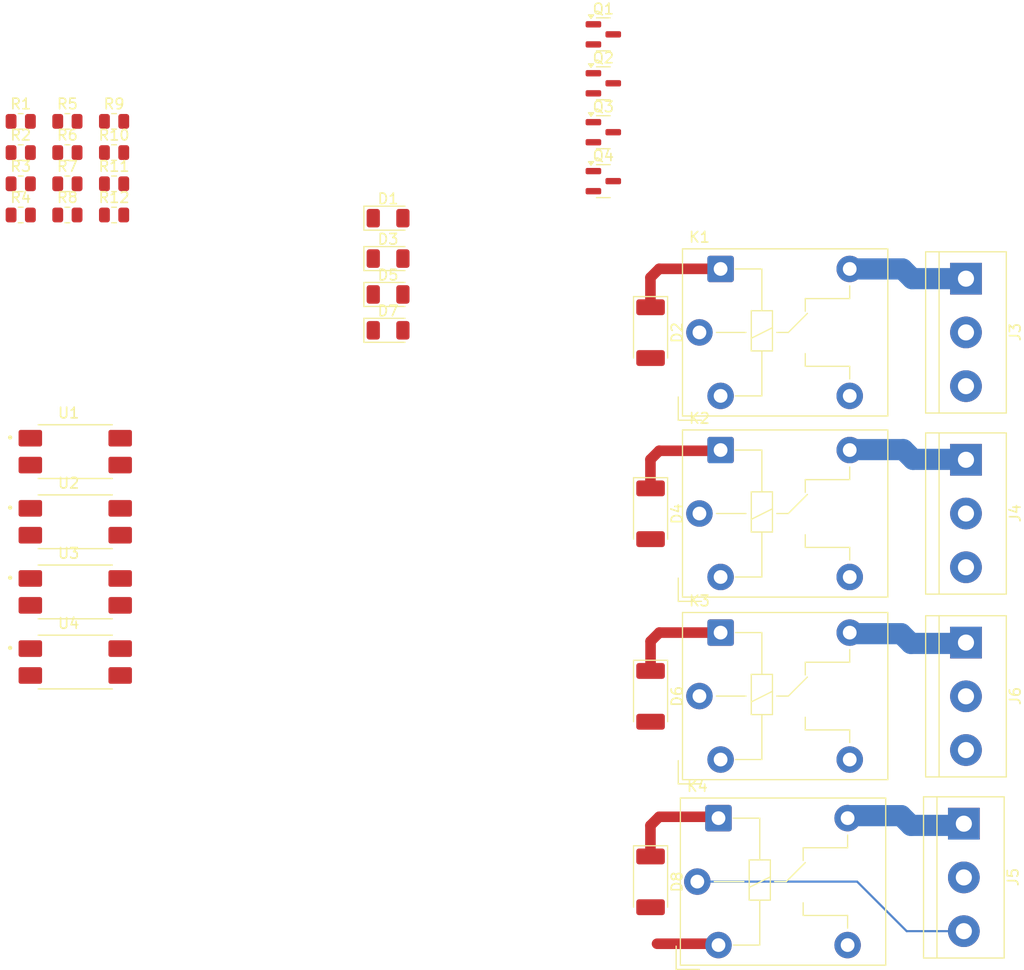
<source format=kicad_pcb>
(kicad_pcb (version 20241229) (generator "pcbnew") (generator_version "9.0")
  (layers (0 "F.Cu" signal) (2 "B.Cu" signal) (13 "F.Paste" user) (15 "B.Paste" user) (5 "F.SilkS" user "F.Silkscreen") (7 "B.SilkS" user "B.Silkscreen") (1 "F.Mask" user) (3 "B.Mask" user) (25 "Edge.Cuts" user))
  (net 0 "")
  (net 1 "+5V")
  (net 2 "Net-(D1-K)")
  (net 3 "Net-(D2-A)")
  (net 4 "Net-(D3-K)")
  (net 5 "Net-(D4-A)")
  (net 6 "Net-(D5-K)")
  (net 7 "Net-(D6-A)")
  (net 8 "Net-(D7-K)")
  (net 9 "Net-(D8-A)")
  (net 10 "Net-(J3-Pin_3)")
  (net 11 "NA3")
  (net 12 "Net-(J3-Pin_1)")
  (net 13 "NA4")
  (net 14 "Net-(J4-Pin_3)")
  (net 15 "Net-(J4-Pin_1)")
  (net 16 "Net-(J5-Pin_1)")
  (net 17 "Net-(J5-Pin_3)")
  (net 18 "NA1")
  (net 19 "Net-(J6-Pin_3)")
  (net 20 "NA2")
  (net 21 "Net-(J6-Pin_1)")
  (net 22 "Net-(J3-Pin_5)")
  (net 23 "Net-(J4-Pin_5)")
  (net 24 "Net-(J6-Pin_5)")
  (net 25 "Net-(J5-Pin_5)")
  (net 26 "GND")
  (net 27 "Net-(Q1-B)")
  (net 28 "Net-(Q2-B)")
  (net 29 "Net-(Q3-B)")
  (net 30 "Net-(Q4-B)")
  (net 31 "INPUT3")
  (net 32 "Net-(R1-Pad2)")
  (net 33 "Net-(R2-Pad1)")
  (net 34 "Net-(R4-Pad1)")
  (net 35 "INPUT4")
  (net 36 "Net-(R5-Pad1)")
  (net 37 "Net-(R7-Pad1)")
  (net 38 "Net-(R8-Pad1)")
  (net 39 "INPUT1")
  (net 40 "Net-(R10-Pad2)")
  (net 41 "Net-(R11-Pad1)")
  (footprint "Resistor_SMD:R_0805_2012Metric" (layer "F.Cu") (at 91.2925 21.45)
    (property "Reference" "R1" (at 0 -1.65 0) (layer "F.SilkS"))
    (property "Value" "220k")
    (fp_line (start -0.227064 -0.735) (end 0.227064 -0.735) (stroke (width 0.12)) (layer "F.SilkS"))
    (fp_line (start -0.227064 0.735) (end 0.227064 0.735) (stroke (width 0.12)) (layer "F.SilkS"))
    (pad "1" smd roundrect (at -0.9125 0) (size 1.025 1.4) (layers "F.Cu" "F.Mask" "F.Paste") (roundrect_rratio 0.243902) (net 31 "INPUT3"))
    (pad "2" smd roundrect (at 0.9125 0) (size 1.025 1.4) (layers "F.Cu" "F.Mask" "F.Paste") (roundrect_rratio 0.243902) (net 32 "Net-(R1-Pad2)"))
  )
  (footprint "PC817SMD:SOIC254P1000X400-4N" (layer "F.Cu") (at 96.445 72.56)
    (property "Reference" "U4" (at -0.625 -3.652 0) (layer "F.SilkS"))
    (property "Value" "PC817")
    (fp_line (start -3.5 -2.54) (end 3.5 -2.54) (stroke (width 0.127)) (layer "F.SilkS"))
    (fp_line (start -3.5 2.54) (end 3.5 2.54) (stroke (width 0.127)) (layer "F.SilkS"))
    (fp_circle (center -6.155 -1.34) (end -6.055 -1.34) (stroke (width 0.2)) (fill no) (layer "F.SilkS"))
    (pad "1" smd roundrect (at -4.245 -1.27) (size 2.22 1.57) (layers "F.Cu" "F.Mask" "F.Paste") (roundrect_rratio 0.125) (net 34 "Net-(R4-Pad1)"))
    (pad "2" smd roundrect (at -4.245 1.27) (size 2.22 1.57) (layers "F.Cu" "F.Mask" "F.Paste") (roundrect_rratio 0.125) (net 26 "GND"))
    (pad "3" smd roundrect (at 4.245 1.27) (size 2.22 1.57) (layers "F.Cu" "F.Mask" "F.Paste") (roundrect_rratio 0.125) (net 36 "Net-(R5-Pad1)"))
    (pad "4" smd roundrect (at 4.245 -1.27) (size 2.22 1.57) (layers "F.Cu" "F.Mask" "F.Paste") (roundrect_rratio 0.125) (net 1 "+5V"))
  )
  (footprint "Relay_THT:Relay_SPDT_Hongfa_JQC-3FF_0XX-1Z" (layer "F.Cu") (at 157.4175 52.52)
    (property "Reference" "K2" (at -2 -3 0) (layer "F.SilkS"))
    (property "Value" "JQC-3FF-005-1Z")
    (fp_line (start -4 12.1) (end -4 14.3) (stroke (width 0.12)) (layer "F.SilkS"))
    (fp_line (start -4 14.3) (end -1.8 14.3) (stroke (width 0.12)) (layer "F.SilkS"))
    (fp_line (start -3.6 -1.9) (end -3.6 13.9) (stroke (width 0.12)) (layer "F.SilkS"))
    (fp_line (start -3.6 13.9) (end 15.8 13.9) (stroke (width 0.12)) (layer "F.SilkS"))
    (fp_line (start -0.4 6) (end 2.4 6) (stroke (width 0.12)) (layer "F.SilkS"))
    (fp_line (start 2.9 3.95) (end 2.9 7.75) (stroke (width 0.12)) (layer "F.SilkS"))
    (fp_line (start 2.9 7.75) (end 4.9 7.75) (stroke (width 0.12)) (layer "F.SilkS"))
    (fp_line (start 3.9 0) (end 1.4 0) (stroke (width 0.12)) (layer "F.SilkS"))
    (fp_line (start 3.9 3.95) (end 3.9 0) (stroke (width 0.12)) (layer "F.SilkS"))
    (fp_line (start 3.9 7.75) (end 3.9 12) (stroke (width 0.12)) (layer "F.SilkS"))
    (fp_line (start 3.9 12) (end 1.4 12) (stroke (width 0.12)) (layer "F.SilkS"))
    (fp_line (start 4.9 3.95) (end 2.9 3.95) (stroke (width 0.12)) (layer "F.SilkS"))
    (fp_line (start 4.9 5.55) (end 2.9 6.55) (stroke (width 0.12)) (layer "F.SilkS"))
    (fp_line (start 4.9 7.75) (end 4.9 3.95) (stroke (width 0.12)) (layer "F.SilkS"))
    (fp_line (start 6.4 6) (end 5.3 6) (stroke (width 0.12)) (layer "F.SilkS"))
    (fp_line (start 6.4 6) (end 8.2 4.2) (stroke (width 0.12)) (layer "F.SilkS"))
    (fp_line (start 8 2.8) (end 8 4) (stroke (width 0.12)) (layer "F.SilkS"))
    (fp_line (start 8 2.8) (end 12.2 2.8) (stroke (width 0.12)) (layer "F.SilkS"))
    (fp_line (start 8 9.2) (end 8 8) (stroke (width 0.12)) (layer "F.SilkS"))
    (fp_line (start 12.2 1.6) (end 12.2 2.8) (stroke (width 0.12)) (layer "F.SilkS"))
    (fp_line (start 12.2 9.2) (end 8 9.2) (stroke (width 0.12)) (layer "F.SilkS"))
    (fp_line (start 12.2 10.4) (end 12.2 9.2) (stroke (width 0.12)) (layer "F.SilkS"))
    (fp_line (start 15.8 -1.9) (end -3.6 -1.9) (stroke (width 0.12)) (layer "F.SilkS"))
    (fp_line (start 15.8 13.9) (end 15.8 -1.9) (stroke (width 0.12)) (layer "F.SilkS"))
    (pad "11" thru_hole circle (at -2 6) (size 2.5 2.5) (drill 1.3) (layers "*.Cu" "*.Mask") (net 14 "Net-(J4-Pin_3)"))
    (pad "12" thru_hole circle (at 12.2 0) (size 2.5 2.5) (drill 1.3) (layers "*.Cu" "*.Mask") (net 15 "Net-(J4-Pin_1)"))
    (pad "14" thru_hole circle (at 12.2 12) (size 2.5 2.5) (drill 1.3) (layers "*.Cu" "*.Mask") (net 23 "Net-(J4-Pin_5)"))
    (pad "A1" thru_hole roundrect (at 0 0) (size 2.5 2.5) (drill 1.3) (layers "*.Cu" "*.Mask") (roundrect_rratio 0.1) (net 1 "+5V"))
    (pad "A2" thru_hole circle (at 0 12) (size 2.5 2.5) (drill 1.3) (layers "*.Cu" "*.Mask") (net 5 "Net-(D4-A)"))
  )
  (footprint "LED_SMD:LED_1206_3216Metric" (layer "F.Cu") (at 126 41.2)
    (property "Reference" "D7" (at 0 -1.83 0) (layer "F.SilkS"))
    (property "Value" "led smd 1206")
    (fp_line (start -2.285 -1.135) (end -2.285 1.135) (stroke (width 0.12)) (layer "F.SilkS"))
    (fp_line (start -2.285 1.135) (end 1.6 1.135) (stroke (width 0.12)) (layer "F.SilkS"))
    (fp_line (start 1.6 -1.135) (end -2.285 -1.135) (stroke (width 0.12)) (layer "F.SilkS"))
    (pad "1" smd roundrect (at -1.4 0) (size 1.25 1.75) (layers "F.Cu" "F.Mask" "F.Paste") (roundrect_rratio 0.2) (net 8 "Net-(D7-K)"))
    (pad "2" smd roundrect (at 1.4 0) (size 1.25 1.75) (layers "F.Cu" "F.Mask" "F.Paste") (roundrect_rratio 0.2) (net 1 "+5V"))
  )
  (footprint "Resistor_SMD:R_0805_2012Metric" (layer "F.Cu") (at 100.1125 24.4)
    (property "Reference" "R10" (at 0 -1.65 0) (layer "F.SilkS"))
    (property "Value" "220k")
    (fp_line (start -0.227064 -0.735) (end 0.227064 -0.735) (stroke (width 0.12)) (layer "F.SilkS"))
    (fp_line (start -0.227064 0.735) (end 0.227064 0.735) (stroke (width 0.12)) (layer "F.SilkS"))
    (pad "1" smd roundrect (at -0.9125 0) (size 1.025 1.4) (layers "F.Cu" "F.Mask" "F.Paste") (roundrect_rratio 0.243902) (net 39 "INPUT1"))
    (pad "2" smd roundrect (at 0.9125 0) (size 1.025 1.4) (layers "F.Cu" "F.Mask" "F.Paste") (roundrect_rratio 0.243902) (net 40 "Net-(R10-Pad2)"))
  )
  (footprint "TerminalBlock:TerminalBlock_bornier-3_P5.08mm" (layer "F.Cu") (at 180.6 53.44 -90)
    (property "Reference" "J4" (at 5.05 -4.65 90) (layer "F.SilkS"))
    (property "Value" "Conn_02x03_Odd_Even")
    (fp_line (start -2.54 3.81) (end 12.7 3.81) (stroke (width 0.12)) (layer "F.SilkS"))
    (fp_line (start -2.54 3.81) (end -2.54 -3.81) (stroke (width 0.12)) (layer "F.SilkS"))
    (fp_line (start 12.7 3.81) (end 12.7 -3.81) (stroke (width 0.12)) (layer "F.SilkS"))
    (fp_line (start -2.54 2.54) (end 12.7 2.54) (stroke (width 0.12)) (layer "F.SilkS"))
    (fp_line (start -2.54 -3.81) (end 12.7 -3.81) (stroke (width 0.12)) (layer "F.SilkS"))
    (pad "1" thru_hole rect (at 0 0 270) (size 3 3) (drill 1.52) (layers "*.Cu" "*.Mask") (net 15 "Net-(J4-Pin_1)"))
    (pad "2" thru_hole circle (at 5.08 0 270) (size 3 3) (drill 1.52) (layers "*.Cu" "*.Mask") (net 13 "NA4"))
    (pad "3" thru_hole circle (at 10.16 0 270) (size 3 3) (drill 1.52) (layers "*.Cu" "*.Mask") (net 14 "Net-(J4-Pin_3)"))
  )
  (footprint "Resistor_SMD:R_0805_2012Metric" (layer "F.Cu") (at 95.7025 24.4)
    (property "Reference" "R6" (at 0 -1.65 0) (layer "F.SilkS"))
    (property "Value" "220")
    (fp_line (start -0.227064 -0.735) (end 0.227064 -0.735) (stroke (width 0.12)) (layer "F.SilkS"))
    (fp_line (start -0.227064 0.735) (end 0.227064 0.735) (stroke (width 0.12)) (layer "F.SilkS"))
    (pad "1" smd roundrect (at -0.9125 0) (size 1.025 1.4) (layers "F.Cu" "F.Mask" "F.Paste") (roundrect_rratio 0.243902) (net 4 "Net-(D3-K)"))
    (pad "2" smd roundrect (at 0.9125 0) (size 1.025 1.4) (layers "F.Cu" "F.Mask" "F.Paste") (roundrect_rratio 0.243902) (net 5 "Net-(D4-A)"))
  )
  (footprint "Relay_THT:Relay_SPDT_Hongfa_JQC-3FF_0XX-1Z" (layer "F.Cu") (at 157.4175 35.4)
    (property "Reference" "K1" (at -2 -3 0) (layer "F.SilkS"))
    (property "Value" "JQC-3FF-005-1Z")
    (fp_line (start -4 12.1) (end -4 14.3) (stroke (width 0.12)) (layer "F.SilkS"))
    (fp_line (start -4 14.3) (end -1.8 14.3) (stroke (width 0.12)) (layer "F.SilkS"))
    (fp_line (start -3.6 -1.9) (end -3.6 13.9) (stroke (width 0.12)) (layer "F.SilkS"))
    (fp_line (start -3.6 13.9) (end 15.8 13.9) (stroke (width 0.12)) (layer "F.SilkS"))
    (fp_line (start -0.4 6) (end 2.4 6) (stroke (width 0.12)) (layer "F.SilkS"))
    (fp_line (start 2.9 3.95) (end 2.9 7.75) (stroke (width 0.12)) (layer "F.SilkS"))
    (fp_line (start 2.9 7.75) (end 4.9 7.75) (stroke (width 0.12)) (layer "F.SilkS"))
    (fp_line (start 3.9 0) (end 1.4 0) (stroke (width 0.12)) (layer "F.SilkS"))
    (fp_line (start 3.9 3.95) (end 3.9 0) (stroke (width 0.12)) (layer "F.SilkS"))
    (fp_line (start 3.9 7.75) (end 3.9 12) (stroke (width 0.12)) (layer "F.SilkS"))
    (fp_line (start 3.9 12) (end 1.4 12) (stroke (width 0.12)) (layer "F.SilkS"))
    (fp_line (start 4.9 3.95) (end 2.9 3.95) (stroke (width 0.12)) (layer "F.SilkS"))
    (fp_line (start 4.9 5.55) (end 2.9 6.55) (stroke (width 0.12)) (layer "F.SilkS"))
    (fp_line (start 4.9 7.75) (end 4.9 3.95) (stroke (width 0.12)) (layer "F.SilkS"))
    (fp_line (start 6.4 6) (end 5.3 6) (stroke (width 0.12)) (layer "F.SilkS"))
    (fp_line (start 6.4 6) (end 8.2 4.2) (stroke (width 0.12)) (layer "F.SilkS"))
    (fp_line (start 8 2.8) (end 8 4) (stroke (width 0.12)) (layer "F.SilkS"))
    (fp_line (start 8 2.8) (end 12.2 2.8) (stroke (width 0.12)) (layer "F.SilkS"))
    (fp_line (start 8 9.2) (end 8 8) (stroke (width 0.12)) (layer "F.SilkS"))
    (fp_line (start 12.2 1.6) (end 12.2 2.8) (stroke (width 0.12)) (layer "F.SilkS"))
    (fp_line (start 12.2 9.2) (end 8 9.2) (stroke (width 0.12)) (layer "F.SilkS"))
    (fp_line (start 12.2 10.4) (end 12.2 9.2) (stroke (width 0.12)) (layer "F.SilkS"))
    (fp_line (start 15.8 -1.9) (end -3.6 -1.9) (stroke (width 0.12)) (layer "F.SilkS"))
    (fp_line (start 15.8 13.9) (end 15.8 -1.9) (stroke (width 0.12)) (layer "F.SilkS"))
    (pad "11" thru_hole circle (at -2 6) (size 2.5 2.5) (drill 1.3) (layers "*.Cu" "*.Mask") (net 10 "Net-(J3-Pin_3)"))
    (pad "12" thru_hole circle (at 12.2 0) (size 2.5 2.5) (drill 1.3) (layers "*.Cu" "*.Mask") (net 12 "Net-(J3-Pin_1)"))
    (pad "14" thru_hole circle (at 12.2 12) (size 2.5 2.5) (drill 1.3) (layers "*.Cu" "*.Mask") (net 22 "Net-(J3-Pin_5)"))
    (pad "A1" thru_hole roundrect (at 0 0) (size 2.5 2.5) (drill 1.3) (layers "*.Cu" "*.Mask") (roundrect_rratio 0.1) (net 1 "+5V"))
    (pad "A2" thru_hole circle (at 0 12) (size 2.5 2.5) (drill 1.3) (layers "*.Cu" "*.Mask") (net 3 "Net-(D2-A)"))
  )
  (footprint "LED_SMD:LED_1206_3216Metric" (layer "F.Cu") (at 126 30.6)
    (property "Reference" "D1" (at 0 -1.83 0) (layer "F.SilkS"))
    (property "Value" "led smd 1206")
    (fp_line (start -2.285 -1.135) (end -2.285 1.135) (stroke (width 0.12)) (layer "F.SilkS"))
    (fp_line (start -2.285 1.135) (end 1.6 1.135) (stroke (width 0.12)) (layer "F.SilkS"))
    (fp_line (start 1.6 -1.135) (end -2.285 -1.135) (stroke (width 0.12)) (layer "F.SilkS"))
    (pad "1" smd roundrect (at -1.4 0) (size 1.25 1.75) (layers "F.Cu" "F.Mask" "F.Paste") (roundrect_rratio 0.2) (net 2 "Net-(D1-K)"))
    (pad "2" smd roundrect (at 1.4 0) (size 1.25 1.75) (layers "F.Cu" "F.Mask" "F.Paste") (roundrect_rratio 0.2) (net 1 "+5V"))
  )
  (footprint "LED_SMD:LED_1206_3216Metric" (layer "F.Cu") (at 126 34.42)
    (property "Reference" "D3" (at 0 -1.83 0) (layer "F.SilkS"))
    (property "Value" "led smd 1206")
    (fp_line (start -2.285 -1.135) (end -2.285 1.135) (stroke (width 0.12)) (layer "F.SilkS"))
    (fp_line (start -2.285 1.135) (end 1.6 1.135) (stroke (width 0.12)) (layer "F.SilkS"))
    (fp_line (start 1.6 -1.135) (end -2.285 -1.135) (stroke (width 0.12)) (layer "F.SilkS"))
    (pad "1" smd roundrect (at -1.4 0) (size 1.25 1.75) (layers "F.Cu" "F.Mask" "F.Paste") (roundrect_rratio 0.2) (net 4 "Net-(D3-K)"))
    (pad "2" smd roundrect (at 1.4 0) (size 1.25 1.75) (layers "F.Cu" "F.Mask" "F.Paste") (roundrect_rratio 0.2) (net 1 "+5V"))
  )
  (footprint "Package_TO_SOT_SMD:SOT-23" (layer "F.Cu") (at 146.3375 22.475)
    (property "Reference" "Q3" (at 0 -2.4 0) (layer "F.SilkS"))
    (property "Value" "BC847")
    (fp_line (start 0 -1.56) (end -0.65 -1.56) (stroke (width 0.12)) (layer "F.SilkS"))
    (fp_line (start 0 -1.56) (end 0.65 -1.56) (stroke (width 0.12)) (layer "F.SilkS"))
    (fp_line (start 0 1.56) (end -0.65 1.56) (stroke (width 0.12)) (layer "F.SilkS"))
    (fp_line (start 0 1.56) (end 0.65 1.56) (stroke (width 0.12)) (layer "F.SilkS"))
    (fp_poly (pts (xy -1.1625 -1.51) (xy -1.4025 -1.84) (xy -0.9225 -1.84)) (stroke (width 0.12)) (fill yes) (layer "F.SilkS"))
    (pad "1" smd roundrect (at -0.9375 -0.95) (size 1.475 0.6) (layers "F.Cu" "F.Mask" "F.Paste") (net 29 "Net-(Q3-B)"))
    (pad "2" smd roundrect (at -0.9375 0.95) (size 1.475 0.6) (layers "F.Cu" "F.Mask" "F.Paste") (net 26 "GND"))
    (pad "3" smd roundrect (at 0.9375 0) (size 1.475 0.6) (layers "F.Cu" "F.Mask" "F.Paste") (net 7 "Net-(D6-A)"))
  )
  (footprint "Relay_THT:Relay_SPDT_Hongfa_JQC-3FF_0XX-1Z" (layer "F.Cu") (at 157.4175 69.7775)
    (property "Reference" "K3" (at -2 -3 0) (layer "F.SilkS"))
    (property "Value" "JQC-3FF-005-1Z")
    (fp_line (start -4 12.1) (end -4 14.3) (stroke (width 0.12)) (layer "F.SilkS"))
    (fp_line (start -4 14.3) (end -1.8 14.3) (stroke (width 0.12)) (layer "F.SilkS"))
    (fp_line (start -3.6 -1.9) (end -3.6 13.9) (stroke (width 0.12)) (layer "F.SilkS"))
    (fp_line (start -3.6 13.9) (end 15.8 13.9) (stroke (width 0.12)) (layer "F.SilkS"))
    (fp_line (start -0.4 6) (end 2.4 6) (stroke (width 0.12)) (layer "F.SilkS"))
    (fp_line (start 2.9 3.95) (end 2.9 7.75) (stroke (width 0.12)) (layer "F.SilkS"))
    (fp_line (start 2.9 7.75) (end 4.9 7.75) (stroke (width 0.12)) (layer "F.SilkS"))
    (fp_line (start 3.9 0) (end 1.4 0) (stroke (width 0.12)) (layer "F.SilkS"))
    (fp_line (start 3.9 3.95) (end 3.9 0) (stroke (width 0.12)) (layer "F.SilkS"))
    (fp_line (start 3.9 7.75) (end 3.9 12) (stroke (width 0.12)) (layer "F.SilkS"))
    (fp_line (start 3.9 12) (end 1.4 12) (stroke (width 0.12)) (layer "F.SilkS"))
    (fp_line (start 4.9 3.95) (end 2.9 3.95) (stroke (width 0.12)) (layer "F.SilkS"))
    (fp_line (start 4.9 5.55) (end 2.9 6.55) (stroke (width 0.12)) (layer "F.SilkS"))
    (fp_line (start 4.9 7.75) (end 4.9 3.95) (stroke (width 0.12)) (layer "F.SilkS"))
    (fp_line (start 6.4 6) (end 5.3 6) (stroke (width 0.12)) (layer "F.SilkS"))
    (fp_line (start 6.4 6) (end 8.2 4.2) (stroke (width 0.12)) (layer "F.SilkS"))
    (fp_line (start 8 2.8) (end 8 4) (stroke (width 0.12)) (layer "F.SilkS"))
    (fp_line (start 8 2.8) (end 12.2 2.8) (stroke (width 0.12)) (layer "F.SilkS"))
    (fp_line (start 8 9.2) (end 8 8) (stroke (width 0.12)) (layer "F.SilkS"))
    (fp_line (start 12.2 1.6) (end 12.2 2.8) (stroke (width 0.12)) (layer "F.SilkS"))
    (fp_line (start 12.2 9.2) (end 8 9.2) (stroke (width 0.12)) (layer "F.SilkS"))
    (fp_line (start 12.2 10.4) (end 12.2 9.2) (stroke (width 0.12)) (layer "F.SilkS"))
    (fp_line (start 15.8 -1.9) (end -3.6 -1.9) (stroke (width 0.12)) (layer "F.SilkS"))
    (fp_line (start 15.8 13.9) (end 15.8 -1.9) (stroke (width 0.12)) (layer "F.SilkS"))
    (pad "11" thru_hole circle (at -2 6) (size 2.5 2.5) (drill 1.3) (layers "*.Cu" "*.Mask") (net 19 "Net-(J6-Pin_3)"))
    (pad "12" thru_hole circle (at 12.2 0) (size 2.5 2.5) (drill 1.3) (layers "*.Cu" "*.Mask") (net 21 "Net-(J6-Pin_1)"))
    (pad "14" thru_hole circle (at 12.2 12) (size 2.5 2.5) (drill 1.3) (layers "*.Cu" "*.Mask") (net 24 "Net-(J6-Pin_5)"))
    (pad "A1" thru_hole roundrect (at 0 0) (size 2.5 2.5) (drill 1.3) (layers "*.Cu" "*.Mask") (roundrect_rratio 0.1) (net 1 "+5V"))
    (pad "A2" thru_hole circle (at 0 12) (size 2.5 2.5) (drill 1.3) (layers "*.Cu" "*.Mask") (net 7 "Net-(D6-A)"))
  )
  (footprint "Diode_SMD:D_MELF" (layer "F.Cu") (at 150.8 58.5425 -90)
    (property "Reference" "D4" (at 0 -2.5 90) (layer "F.SilkS"))
    (property "Value" "SM4007")
    (fp_line (start -3.41 1.61) (end 2.4 1.61) (stroke (width 0.12)) (layer "F.SilkS"))
    (fp_line (start -3.41 -1.61) (end -3.41 1.61) (stroke (width 0.12)) (layer "F.SilkS"))
    (fp_line (start 2.4 -1.61) (end -3.41 -1.61) (stroke (width 0.12)) (layer "F.SilkS"))
    (pad "1" smd roundrect (at -2.4 0 270) (size 1.5 2.7) (layers "F.Cu" "F.Mask" "F.Paste") (roundrect_rratio 0.1666666667) (net 1 "+5V"))
    (pad "2" smd roundrect (at 2.4 0 270) (size 1.5 2.7) (layers "F.Cu" "F.Mask" "F.Paste") (roundrect_rratio 0.1666666667) (net 5 "Net-(D4-A)"))
  )
  (footprint "Package_TO_SOT_SMD:SOT-23" (layer "F.Cu") (at 146.3375 17.85)
    (property "Reference" "Q2" (at 0 -2.4 0) (layer "F.SilkS"))
    (property "Value" "BC847")
    (fp_line (start 0 -1.56) (end -0.65 -1.56) (stroke (width 0.12)) (layer "F.SilkS"))
    (fp_line (start 0 -1.56) (end 0.65 -1.56) (stroke (width 0.12)) (layer "F.SilkS"))
    (fp_line (start 0 1.56) (end -0.65 1.56) (stroke (width 0.12)) (layer "F.SilkS"))
    (fp_line (start 0 1.56) (end 0.65 1.56) (stroke (width 0.12)) (layer "F.SilkS"))
    (fp_poly (pts (xy -1.1625 -1.51) (xy -1.4025 -1.84) (xy -0.9225 -1.84)) (stroke (width 0.12)) (fill yes) (layer "F.SilkS"))
    (pad "1" smd roundrect (at -0.9375 -0.95) (size 1.475 0.6) (layers "F.Cu" "F.Mask" "F.Paste") (net 28 "Net-(Q2-B)"))
    (pad "2" smd roundrect (at -0.9375 0.95) (size 1.475 0.6) (layers "F.Cu" "F.Mask" "F.Paste") (net 26 "GND"))
    (pad "3" smd roundrect (at 0.9375 0) (size 1.475 0.6) (layers "F.Cu" "F.Mask" "F.Paste") (net 5 "Net-(D4-A)"))
  )
  (footprint "Resistor_SMD:R_0805_2012Metric" (layer "F.Cu") (at 95.7025 30.3)
    (property "Reference" "R8" (at 0 -1.65 0) (layer "F.SilkS"))
    (property "Value" "1k")
    (fp_line (start -0.227064 -0.735) (end 0.227064 -0.735) (stroke (width 0.12)) (layer "F.SilkS"))
    (fp_line (start -0.227064 0.735) (end 0.227064 0.735) (stroke (width 0.12)) (layer "F.SilkS"))
    (pad "1" smd roundrect (at -0.9125 0) (size 1.025 1.4) (layers "F.Cu" "F.Mask" "F.Paste") (roundrect_rratio 0.243902) (net 38 "Net-(R8-Pad1)"))
    (pad "2" smd roundrect (at 0.9125 0) (size 1.025 1.4) (layers "F.Cu" "F.Mask" "F.Paste") (roundrect_rratio 0.243902) (net 29 "Net-(Q3-B)"))
  )
  (footprint "Package_TO_SOT_SMD:SOT-23" (layer "F.Cu") (at 146.3375 13.225)
    (property "Reference" "Q1" (at 0 -2.4 0) (layer "F.SilkS"))
    (property "Value" "BC847")
    (fp_line (start 0 -1.56) (end -0.65 -1.56) (stroke (width 0.12)) (layer "F.SilkS"))
    (fp_line (start 0 -1.56) (end 0.65 -1.56) (stroke (width 0.12)) (layer "F.SilkS"))
    (fp_line (start 0 1.56) (end -0.65 1.56) (stroke (width 0.12)) (layer "F.SilkS"))
    (fp_line (start 0 1.56) (end 0.65 1.56) (stroke (width 0.12)) (layer "F.SilkS"))
    (fp_poly (pts (xy -1.1625 -1.51) (xy -1.4025 -1.84) (xy -0.9225 -1.84)) (stroke (width 0.12)) (fill yes) (layer "F.SilkS"))
    (pad "1" smd roundrect (at -0.9375 -0.95) (size 1.475 0.6) (layers "F.Cu" "F.Mask" "F.Paste") (net 27 "Net-(Q1-B)"))
    (pad "2" smd roundrect (at -0.9375 0.95) (size 1.475 0.6) (layers "F.Cu" "F.Mask" "F.Paste") (net 26 "GND"))
    (pad "3" smd roundrect (at 0.9375 0) (size 1.475 0.6) (layers "F.Cu" "F.Mask" "F.Paste") (net 3 "Net-(D2-A)"))
  )
  (footprint "Resistor_SMD:R_0805_2012Metric" (layer "F.Cu") (at 95.7025 27.35)
    (property "Reference" "R7" (at 0 -1.65 0) (layer "F.SilkS"))
    (property "Value" "220k")
    (fp_line (start -0.227064 -0.735) (end 0.227064 -0.735) (stroke (width 0.12)) (layer "F.SilkS"))
    (fp_line (start -0.227064 0.735) (end 0.227064 0.735) (stroke (width 0.12)) (layer "F.SilkS"))
    (pad "1" smd roundrect (at -0.9125 0) (size 1.025 1.4) (layers "F.Cu" "F.Mask" "F.Paste") (roundrect_rratio 0.243902) (net 37 "Net-(R7-Pad1)"))
    (pad "2" smd roundrect (at 0.9125 0) (size 1.025 1.4) (layers "F.Cu" "F.Mask" "F.Paste") (roundrect_rratio 0.243902) (net 31 "INPUT3"))
  )
  (footprint "PC817SMD:SOIC254P1000X400-4N" (layer "F.Cu") (at 96.445 52.67)
    (property "Reference" "U1" (at -0.625 -3.652 0) (layer "F.SilkS"))
    (property "Value" "PC817")
    (fp_line (start -3.5 -2.54) (end 3.5 -2.54) (stroke (width 0.127)) (layer "F.SilkS"))
    (fp_line (start -3.5 2.54) (end 3.5 2.54) (stroke (width 0.127)) (layer "F.SilkS"))
    (fp_circle (center -6.155 -1.34) (end -6.055 -1.34) (stroke (width 0.2)) (fill no) (layer "F.SilkS"))
    (pad "1" smd roundrect (at -4.245 -1.27) (size 2.22 1.57) (layers "F.Cu" "F.Mask" "F.Paste") (roundrect_rratio 0.125) (net 40 "Net-(R10-Pad2)"))
    (pad "2" smd roundrect (at -4.245 1.27) (size 2.22 1.57) (layers "F.Cu" "F.Mask" "F.Paste") (roundrect_rratio 0.125) (net 26 "GND"))
    (pad "3" smd roundrect (at 4.245 1.27) (size 2.22 1.57) (layers "F.Cu" "F.Mask" "F.Paste") (roundrect_rratio 0.125) (net 41 "Net-(R11-Pad1)"))
    (pad "4" smd roundrect (at 4.245 -1.27) (size 2.22 1.57) (layers "F.Cu" "F.Mask" "F.Paste") (roundrect_rratio 0.125) (net 1 "+5V"))
  )
  (footprint "Resistor_SMD:R_0805_2012Metric" (layer "F.Cu") (at 100.1125 30.3)
    (property "Reference" "R12" (at 0 -1.65 0) (layer "F.SilkS"))
    (property "Value" "220")
    (fp_line (start -0.227064 -0.735) (end 0.227064 -0.735) (stroke (width 0.12)) (layer "F.SilkS"))
    (fp_line (start -0.227064 0.735) (end 0.227064 0.735) (stroke (width 0.12)) (layer "F.SilkS"))
    (pad "1" smd roundrect (at -0.9125 0) (size 1.025 1.4) (layers "F.Cu" "F.Mask" "F.Paste") (roundrect_rratio 0.243902) (net 8 "Net-(D7-K)"))
    (pad "2" smd roundrect (at 0.9125 0) (size 1.025 1.4) (layers "F.Cu" "F.Mask" "F.Paste") (roundrect_rratio 0.243902) (net 9 "Net-(D8-A)"))
  )
  (footprint "Package_TO_SOT_SMD:SOT-23" (layer "F.Cu") (at 146.3375 27.1)
    (property "Reference" "Q4" (at 0 -2.4 0) (layer "F.SilkS"))
    (property "Value" "BC847")
    (fp_line (start 0 -1.56) (end -0.65 -1.56) (stroke (width 0.12)) (layer "F.SilkS"))
    (fp_line (start 0 -1.56) (end 0.65 -1.56) (stroke (width 0.12)) (layer "F.SilkS"))
    (fp_line (start 0 1.56) (end -0.65 1.56) (stroke (width 0.12)) (layer "F.SilkS"))
    (fp_line (start 0 1.56) (end 0.65 1.56) (stroke (width 0.12)) (layer "F.SilkS"))
    (fp_poly (pts (xy -1.1625 -1.51) (xy -1.4025 -1.84) (xy -0.9225 -1.84)) (stroke (width 0.12)) (fill yes) (layer "F.SilkS"))
    (pad "1" smd roundrect (at -0.9375 -0.95) (size 1.475 0.6) (layers "F.Cu" "F.Mask" "F.Paste") (net 30 "Net-(Q4-B)"))
    (pad "2" smd roundrect (at -0.9375 0.95) (size 1.475 0.6) (layers "F.Cu" "F.Mask" "F.Paste") (net 26 "GND"))
    (pad "3" smd roundrect (at 0.9375 0) (size 1.475 0.6) (layers "F.Cu" "F.Mask" "F.Paste") (net 9 "Net-(D8-A)"))
  )
  (footprint "LED_SMD:LED_1206_3216Metric" (layer "F.Cu") (at 126 37.81)
    (property "Reference" "D5" (at 0 -1.83 0) (layer "F.SilkS"))
    (property "Value" "led smd 1206")
    (fp_line (start -2.285 -1.135) (end -2.285 1.135) (stroke (width 0.12)) (layer "F.SilkS"))
    (fp_line (start -2.285 1.135) (end 1.6 1.135) (stroke (width 0.12)) (layer "F.SilkS"))
    (fp_line (start 1.6 -1.135) (end -2.285 -1.135) (stroke (width 0.12)) (layer "F.SilkS"))
    (pad "1" smd roundrect (at -1.4 0) (size 1.25 1.75) (layers "F.Cu" "F.Mask" "F.Paste") (roundrect_rratio 0.2) (net 6 "Net-(D5-K)"))
    (pad "2" smd roundrect (at 1.4 0) (size 1.25 1.75) (layers "F.Cu" "F.Mask" "F.Paste") (roundrect_rratio 0.2) (net 1 "+5V"))
  )
  (footprint "Resistor_SMD:R_0805_2012Metric" (layer "F.Cu") (at 100.1125 27.35)
    (property "Reference" "R11" (at 0 -1.65 0) (layer "F.SilkS"))
    (property "Value" "1k")
    (fp_line (start -0.227064 -0.735) (end 0.227064 -0.735) (stroke (width 0.12)) (layer "F.SilkS"))
    (fp_line (start -0.227064 0.735) (end 0.227064 0.735) (stroke (width 0.12)) (layer "F.SilkS"))
    (pad "1" smd roundrect (at -0.9125 0) (size 1.025 1.4) (layers "F.Cu" "F.Mask" "F.Paste") (roundrect_rratio 0.243902) (net 41 "Net-(R11-Pad1)"))
    (pad "2" smd roundrect (at 0.9125 0) (size 1.025 1.4) (layers "F.Cu" "F.Mask" "F.Paste") (roundrect_rratio 0.243902) (net 30 "Net-(Q4-B)"))
  )
  (footprint "TerminalBlock:TerminalBlock_bornier-3_P5.08mm" (layer "F.Cu") (at 180.6 36.32 -90)
    (property "Reference" "J3" (at 5.05 -4.65 90) (layer "F.SilkS"))
    (property "Value" "Conn_02x03_Odd_Even")
    (fp_line (start -2.54 3.81) (end 12.7 3.81) (stroke (width 0.12)) (layer "F.SilkS"))
    (fp_line (start -2.54 3.81) (end -2.54 -3.81) (stroke (width 0.12)) (layer "F.SilkS"))
    (fp_line (start 12.7 3.81) (end 12.7 -3.81) (stroke (width 0.12)) (layer "F.SilkS"))
    (fp_line (start -2.54 2.54) (end 12.7 2.54) (stroke (width 0.12)) (layer "F.SilkS"))
    (fp_line (start -2.54 -3.81) (end 12.7 -3.81) (stroke (width 0.12)) (layer "F.SilkS"))
    (pad "1" thru_hole rect (at 0 0 270) (size 3 3) (drill 1.52) (layers "*.Cu" "*.Mask") (net 12 "Net-(J3-Pin_1)"))
    (pad "2" thru_hole circle (at 5.08 0 270) (size 3 3) (drill 1.52) (layers "*.Cu" "*.Mask") (net 11 "NA3"))
    (pad "3" thru_hole circle (at 10.16 0 270) (size 3 3) (drill 1.52) (layers "*.Cu" "*.Mask") (net 10 "Net-(J3-Pin_3)"))
  )
  (footprint "Resistor_SMD:R_0805_2012Metric" (layer "F.Cu") (at 91.2925 24.4)
    (property "Reference" "R2" (at 0 -1.65 0) (layer "F.SilkS"))
    (property "Value" "1k")
    (fp_line (start -0.227064 -0.735) (end 0.227064 -0.735) (stroke (width 0.12)) (layer "F.SilkS"))
    (fp_line (start -0.227064 0.735) (end 0.227064 0.735) (stroke (width 0.12)) (layer "F.SilkS"))
    (pad "1" smd roundrect (at -0.9125 0) (size 1.025 1.4) (layers "F.Cu" "F.Mask" "F.Paste") (roundrect_rratio 0.243902) (net 33 "Net-(R2-Pad1)"))
    (pad "2" smd roundrect (at 0.9125 0) (size 1.025 1.4) (layers "F.Cu" "F.Mask" "F.Paste") (roundrect_rratio 0.243902) (net 27 "Net-(Q1-B)"))
  )
  (footprint "Resistor_SMD:R_0805_2012Metric" (layer "F.Cu") (at 91.2925 30.3)
    (property "Reference" "R4" (at 0 -1.65 0) (layer "F.SilkS"))
    (property "Value" "220k")
    (fp_line (start -0.227064 -0.735) (end 0.227064 -0.735) (stroke (width 0.12)) (layer "F.SilkS"))
    (fp_line (start -0.227064 0.735) (end 0.227064 0.735) (stroke (width 0.12)) (layer "F.SilkS"))
    (pad "1" smd roundrect (at -0.9125 0) (size 1.025 1.4) (layers "F.Cu" "F.Mask" "F.Paste") (roundrect_rratio 0.243902) (net 34 "Net-(R4-Pad1)"))
    (pad "2" smd roundrect (at 0.9125 0) (size 1.025 1.4) (layers "F.Cu" "F.Mask" "F.Paste") (roundrect_rratio 0.243902) (net 35 "INPUT4"))
  )
  (footprint "PC817SMD:SOIC254P1000X400-4N" (layer "F.Cu") (at 96.445 65.93)
    (property "Reference" "U3" (at -0.625 -3.652 0) (layer "F.SilkS"))
    (property "Value" "PC817")
    (fp_line (start -3.5 -2.54) (end 3.5 -2.54) (stroke (width 0.127)) (layer "F.SilkS"))
    (fp_line (start -3.5 2.54) (end 3.5 2.54) (stroke (width 0.127)) (layer "F.SilkS"))
    (fp_circle (center -6.155 -1.34) (end -6.055 -1.34) (stroke (width 0.2)) (fill no) (layer "F.SilkS"))
    (pad "1" smd roundrect (at -4.245 -1.27) (size 2.22 1.57) (layers "F.Cu" "F.Mask" "F.Paste") (roundrect_rratio 0.125) (net 32 "Net-(R1-Pad2)"))
    (pad "2" smd roundrect (at -4.245 1.27) (size 2.22 1.57) (layers "F.Cu" "F.Mask" "F.Paste") (roundrect_rratio 0.125) (net 26 "GND"))
    (pad "3" smd roundrect (at 4.245 1.27) (size 2.22 1.57) (layers "F.Cu" "F.Mask" "F.Paste") (roundrect_rratio 0.125) (net 33 "Net-(R2-Pad1)"))
    (pad "4" smd roundrect (at 4.245 -1.27) (size 2.22 1.57) (layers "F.Cu" "F.Mask" "F.Paste") (roundrect_rratio 0.125) (net 1 "+5V"))
  )
  (footprint "Resistor_SMD:R_0805_2012Metric" (layer "F.Cu") (at 95.7025 21.45)
    (property "Reference" "R5" (at 0 -1.65 0) (layer "F.SilkS"))
    (property "Value" "1k")
    (fp_line (start -0.227064 -0.735) (end 0.227064 -0.735) (stroke (width 0.12)) (layer "F.SilkS"))
    (fp_line (start -0.227064 0.735) (end 0.227064 0.735) (stroke (width 0.12)) (layer "F.SilkS"))
    (pad "1" smd roundrect (at -0.9125 0) (size 1.025 1.4) (layers "F.Cu" "F.Mask" "F.Paste") (roundrect_rratio 0.243902) (net 36 "Net-(R5-Pad1)"))
    (pad "2" smd roundrect (at 0.9125 0) (size 1.025 1.4) (layers "F.Cu" "F.Mask" "F.Paste") (roundrect_rratio 0.243902) (net 28 "Net-(Q2-B)"))
  )
  (footprint "PC817SMD:SOIC254P1000X400-4N" (layer "F.Cu") (at 96.445 59.3)
    (property "Reference" "U2" (at -0.625 -3.652 0) (layer "F.SilkS"))
    (property "Value" "PC817")
    (fp_line (start -3.5 -2.54) (end 3.5 -2.54) (stroke (width 0.127)) (layer "F.SilkS"))
    (fp_line (start -3.5 2.54) (end 3.5 2.54) (stroke (width 0.127)) (layer "F.SilkS"))
    (fp_circle (center -6.155 -1.34) (end -6.055 -1.34) (stroke (width 0.2)) (fill no) (layer "F.SilkS"))
    (pad "1" smd roundrect (at -4.245 -1.27) (size 2.22 1.57) (layers "F.Cu" "F.Mask" "F.Paste") (roundrect_rratio 0.125) (net 37 "Net-(R7-Pad1)"))
    (pad "2" smd roundrect (at -4.245 1.27) (size 2.22 1.57) (layers "F.Cu" "F.Mask" "F.Paste") (roundrect_rratio 0.125) (net 26 "GND"))
    (pad "3" smd roundrect (at 4.245 1.27) (size 2.22 1.57) (layers "F.Cu" "F.Mask" "F.Paste") (roundrect_rratio 0.125) (net 38 "Net-(R8-Pad1)"))
    (pad "4" smd roundrect (at 4.245 -1.27) (size 2.22 1.57) (layers "F.Cu" "F.Mask" "F.Paste") (roundrect_rratio 0.125) (net 1 "+5V"))
  )
  (footprint "TerminalBlock:TerminalBlock_bornier-3_P5.08mm" (layer "F.Cu") (at 180.6 70.72 -90)
    (property "Reference" "J6" (at 5.05 -4.65 90) (layer "F.SilkS"))
    (property "Value" "Conn_02x03_Odd_Even")
    (fp_line (start -2.54 3.81) (end 12.7 3.81) (stroke (width 0.12)) (layer "F.SilkS"))
    (fp_line (start -2.54 3.81) (end -2.54 -3.81) (stroke (width 0.12)) (layer "F.SilkS"))
    (fp_line (start 12.7 3.81) (end 12.7 -3.81) (stroke (width 0.12)) (layer "F.SilkS"))
    (fp_line (start -2.54 2.54) (end 12.7 2.54) (stroke (width 0.12)) (layer "F.SilkS"))
    (fp_line (start -2.54 -3.81) (end 12.7 -3.81) (stroke (width 0.12)) (layer "F.SilkS"))
    (pad "1" thru_hole rect (at 0 0 270) (size 3 3) (drill 1.52) (layers "*.Cu" "*.Mask") (net 21 "Net-(J6-Pin_1)"))
    (pad "2" thru_hole circle (at 5.08 0 270) (size 3 3) (drill 1.52) (layers "*.Cu" "*.Mask") (net 20 "NA2"))
    (pad "3" thru_hole circle (at 10.16 0 270) (size 3 3) (drill 1.52) (layers "*.Cu" "*.Mask") (net 19 "Net-(J6-Pin_3)"))
  )
  (footprint "Diode_SMD:D_MELF" (layer "F.Cu") (at 150.8 75.8 -90)
    (property "Reference" "D6" (at 0 -2.5 90) (layer "F.SilkS"))
    (property "Value" "SM4007")
    (fp_line (start -3.41 1.61) (end 2.4 1.61) (stroke (width 0.12)) (layer "F.SilkS"))
    (fp_line (start -3.41 -1.61) (end -3.41 1.61) (stroke (width 0.12)) (layer "F.SilkS"))
    (fp_line (start 2.4 -1.61) (end -3.41 -1.61) (stroke (width 0.12)) (layer "F.SilkS"))
    (pad "1" smd roundrect (at -2.4 0 270) (size 1.5 2.7) (layers "F.Cu" "F.Mask" "F.Paste") (roundrect_rratio 0.1666666667) (net 1 "+5V"))
    (pad "2" smd roundrect (at 2.4 0 270) (size 1.5 2.7) (layers "F.Cu" "F.Mask" "F.Paste") (roundrect_rratio 0.1666666667) (net 7 "Net-(D6-A)"))
  )
  (footprint "Diode_SMD:D_MELF" (layer "F.Cu") (at 150.8 41.4225 -90)
    (property "Reference" "D2" (at 0 -2.5 90) (layer "F.SilkS"))
    (property "Value" "SM4007")
    (fp_line (start -3.41 1.61) (end 2.4 1.61) (stroke (width 0.12)) (layer "F.SilkS"))
    (fp_line (start -3.41 -1.61) (end -3.41 1.61) (stroke (width 0.12)) (layer "F.SilkS"))
    (fp_line (start 2.4 -1.61) (end -3.41 -1.61) (stroke (width 0.12)) (layer "F.SilkS"))
    (pad "1" smd roundrect (at -2.4 0 270) (size 1.5 2.7) (layers "F.Cu" "F.Mask" "F.Paste") (roundrect_rratio 0.1666666667) (net 1 "+5V"))
    (pad "2" smd roundrect (at 2.4 0 270) (size 1.5 2.7) (layers "F.Cu" "F.Mask" "F.Paste") (roundrect_rratio 0.1666666667) (net 3 "Net-(D2-A)"))
  )
  (footprint "Diode_SMD:D_MELF" (layer "F.Cu") (at 150.8 93.3375 -90)
    (property "Reference" "D8" (at 0 -2.5 90) (layer "F.SilkS"))
    (property "Value" "SM4007")
    (fp_line (start -3.41 1.61) (end 2.4 1.61) (stroke (width 0.12)) (layer "F.SilkS"))
    (fp_line (start -3.41 -1.61) (end -3.41 1.61) (stroke (width 0.12)) (layer "F.SilkS"))
    (fp_line (start 2.4 -1.61) (end -3.41 -1.61) (stroke (width 0.12)) (layer "F.SilkS"))
    (pad "1" smd roundrect (at -2.4 0 270) (size 1.5 2.7) (layers "F.Cu" "F.Mask" "F.Paste") (roundrect_rratio 0.1666666667) (net 1 "+5V"))
    (pad "2" smd roundrect (at 2.4 0 270) (size 1.5 2.7) (layers "F.Cu" "F.Mask" "F.Paste") (roundrect_rratio 0.1666666667) (net 9 "Net-(D8-A)"))
  )
  (footprint "Relay_THT:Relay_SPDT_Hongfa_JQC-3FF_0XX-1Z" (layer "F.Cu") (at 157.2175 87.315)
    (property "Reference" "K4" (at -2 -3 0) (layer "F.SilkS"))
    (property "Value" "JQC-3FF-005-1Z")
    (fp_line (start -4 12.1) (end -4 14.3) (stroke (width 0.12)) (layer "F.SilkS"))
    (fp_line (start -4 14.3) (end -1.8 14.3) (stroke (width 0.12)) (layer "F.SilkS"))
    (fp_line (start -3.6 -1.9) (end -3.6 13.9) (stroke (width 0.12)) (layer "F.SilkS"))
    (fp_line (start -3.6 13.9) (end 15.8 13.9) (stroke (width 0.12)) (layer "F.SilkS"))
    (fp_line (start -0.4 6) (end 2.4 6) (stroke (width 0.12)) (layer "F.SilkS"))
    (fp_line (start 2.9 3.95) (end 2.9 7.75) (stroke (width 0.12)) (layer "F.SilkS"))
    (fp_line (start 2.9 7.75) (end 4.9 7.75) (stroke (width 0.12)) (layer "F.SilkS"))
    (fp_line (start 3.9 0) (end 1.4 0) (stroke (width 0.12)) (layer "F.SilkS"))
    (fp_line (start 3.9 3.95) (end 3.9 0) (stroke (width 0.12)) (layer "F.SilkS"))
    (fp_line (start 3.9 7.75) (end 3.9 12) (stroke (width 0.12)) (layer "F.SilkS"))
    (fp_line (start 3.9 12) (end 1.4 12) (stroke (width 0.12)) (layer "F.SilkS"))
    (fp_line (start 4.9 3.95) (end 2.9 3.95) (stroke (width 0.12)) (layer "F.SilkS"))
    (fp_line (start 4.9 5.55) (end 2.9 6.55) (stroke (width 0.12)) (layer "F.SilkS"))
    (fp_line (start 4.9 7.75) (end 4.9 3.95) (stroke (width 0.12)) (layer "F.SilkS"))
    (fp_line (start 6.4 6) (end 5.3 6) (stroke (width 0.12)) (layer "F.SilkS"))
    (fp_line (start 6.4 6) (end 8.2 4.2) (stroke (width 0.12)) (layer "F.SilkS"))
    (fp_line (start 8 2.8) (end 8 4) (stroke (width 0.12)) (layer "F.SilkS"))
    (fp_line (start 8 2.8) (end 12.2 2.8) (stroke (width 0.12)) (layer "F.SilkS"))
    (fp_line (start 8 9.2) (end 8 8) (stroke (width 0.12)) (layer "F.SilkS"))
    (fp_line (start 12.2 1.6) (end 12.2 2.8) (stroke (width 0.12)) (layer "F.SilkS"))
    (fp_line (start 12.2 9.2) (end 8 9.2) (stroke (width 0.12)) (layer "F.SilkS"))
    (fp_line (start 12.2 10.4) (end 12.2 9.2) (stroke (width 0.12)) (layer "F.SilkS"))
    (fp_line (start 15.8 -1.9) (end -3.6 -1.9) (stroke (width 0.12)) (layer "F.SilkS"))
    (fp_line (start 15.8 13.9) (end 15.8 -1.9) (stroke (width 0.12)) (layer "F.SilkS"))
    (pad "11" thru_hole circle (at -2 6) (size 2.5 2.5) (drill 1.3) (layers "*.Cu" "*.Mask") (net 17 "Net-(J5-Pin_3)"))
    (pad "12" thru_hole circle (at 12.2 0) (size 2.5 2.5) (drill 1.3) (layers "*.Cu" "*.Mask") (net 16 "Net-(J5-Pin_1)"))
    (pad "14" thru_hole circle (at 12.2 12) (size 2.5 2.5) (drill 1.3) (layers "*.Cu" "*.Mask") (net 25 "Net-(J5-Pin_5)"))
    (pad "A1" thru_hole roundrect (at 0 0) (size 2.5 2.5) (drill 1.3) (layers "*.Cu" "*.Mask") (roundrect_rratio 0.1) (net 1 "+5V"))
    (pad "A2" thru_hole circle (at 0 12) (size 2.5 2.5) (drill 1.3) (layers "*.Cu" "*.Mask") (net 9 "Net-(D8-A)"))
  )
  (footprint "Resistor_SMD:R_0805_2012Metric" (layer "F.Cu") (at 91.2925 27.35)
    (property "Reference" "R3" (at 0 -1.65 0) (layer "F.SilkS"))
    (property "Value" "220")
    (fp_line (start -0.227064 -0.735) (end 0.227064 -0.735) (stroke (width 0.12)) (layer "F.SilkS"))
    (fp_line (start -0.227064 0.735) (end 0.227064 0.735) (stroke (width 0.12)) (layer "F.SilkS"))
    (pad "1" smd roundrect (at -0.9125 0) (size 1.025 1.4) (layers "F.Cu" "F.Mask" "F.Paste") (roundrect_rratio 0.243902) (net 2 "Net-(D1-K)"))
    (pad "2" smd roundrect (at 0.9125 0) (size 1.025 1.4) (layers "F.Cu" "F.Mask" "F.Paste") (roundrect_rratio 0.243902) (net 3 "Net-(D2-A)"))
  )
  (footprint "TerminalBlock:TerminalBlock_bornier-3_P5.08mm" (layer "F.Cu") (at 180.4 87.84 -90)
    (property "Reference" "J5" (at 5.05 -4.65 90) (layer "F.SilkS"))
    (property "Value" "Conn_02x03_Odd_Even")
    (fp_line (start -2.54 3.81) (end 12.7 3.81) (stroke (width 0.12)) (layer "F.SilkS"))
    (fp_line (start -2.54 3.81) (end -2.54 -3.81) (stroke (width 0.12)) (layer "F.SilkS"))
    (fp_line (start 12.7 3.81) (end 12.7 -3.81) (stroke (width 0.12)) (layer "F.SilkS"))
    (fp_line (start -2.54 2.54) (end 12.7 2.54) (stroke (width 0.12)) (layer "F.SilkS"))
    (fp_line (start -2.54 -3.81) (end 12.7 -3.81) (stroke (width 0.12)) (layer "F.SilkS"))
    (pad "1" thru_hole rect (at 0 0 270) (size 3 3) (drill 1.52) (layers "*.Cu" "*.Mask") (net 16 "Net-(J5-Pin_1)"))
    (pad "2" thru_hole circle (at 5.08 0 270) (size 3 3) (drill 1.52) (layers "*.Cu" "*.Mask") (net 18 "NA1"))
    (pad "3" thru_hole circle (at 10.16 0 270) (size 3 3) (drill 1.52) (layers "*.Cu" "*.Mask") (net 17 "Net-(J5-Pin_3)"))
  )
  (footprint "Resistor_SMD:R_0805_2012Metric" (layer "F.Cu") (at 100.1125 21.45)
    (property "Reference" "R9" (at 0 -1.65 0) (layer "F.SilkS"))
    (property "Value" "220")
    (fp_line (start -0.227064 -0.735) (end 0.227064 -0.735) (stroke (width 0.12)) (layer "F.SilkS"))
    (fp_line (start -0.227064 0.735) (end 0.227064 0.735) (stroke (width 0.12)) (layer "F.SilkS"))
    (pad "1" smd roundrect (at -0.9125 0) (size 1.025 1.4) (layers "F.Cu" "F.Mask" "F.Paste") (roundrect_rratio 0.243902) (net 6 "Net-(D5-K)"))
    (pad "2" smd roundrect (at 0.9125 0) (size 1.025 1.4) (layers "F.Cu" "F.Mask" "F.Paste") (roundrect_rratio 0.243902) (net 7 "Net-(D6-A)"))
  )
  (segment (start 150.8 73.4) (end 150.8 70.6) (width 1) (layer "F.Cu") (net 1))
  (segment (start 151.6225 69.7775) (end 157.4175 69.7775) (width 1) (layer "F.Cu") (net 1))
  (segment (start 150.78875 53.41125) (end 151.61125 52.58875) (width 1) (layer "F.Cu") (net 1))
  (segment (start 151.61125 52.58875) (end 157.40625 52.58875) (width 1) (layer "F.Cu") (net 1))
  (segment (start 151.61125 35.38875) (end 157.40625 35.38875) (width 1) (layer "F.Cu") (net 1))
  (segment (start 150.8 70.6) (end 151.6225 69.7775) (width 1) (layer "F.Cu") (net 1))
  (segment (start 150.78875 88.01125) (end 151.61125 87.18875) (width 1) (layer "F.Cu") (net 1))
  (segment (start 150.78875 56.21125) (end 150.78875 53.41125) (width 1) (layer "F.Cu") (net 1))
  (segment (start 151.61125 87.18875) (end 157.40625 87.18875) (width 1) (layer "F.Cu") (net 1))
  (segment (start 150.78875 36.21125) (end 151.61125 35.38875) (width 1) (layer "F.Cu") (net 1))
  (segment (start 150.78875 39.01125) (end 150.78875 36.21125) (width 1) (layer "F.Cu") (net 1))
  (segment (start 150.78875 90.81125) (end 150.78875 88.01125) (width 1) (layer "F.Cu") (net 1))
  (segment (start 151.41125 99.18875) (end 157.20625 99.18875) (width 1) (layer "F.Cu") (net 9))
  (segment (start 179.68 35.4) (end 180.6 36.32) (width 0.2) (layer "F.Cu") (net 12))
  (segment (start 175.52 36.32) (end 180.6 36.32) (width 2) (layer "B.Cu") (net 12))
  (segment (start 174.6 35.4) (end 175.52 36.32) (width 2) (layer "B.Cu") (net 12))
  (segment (start 169.6175 35.4) (end 174.6 35.4) (width 2) (layer "B.Cu") (net 12))
  (segment (start 175.6 53.4) (end 180.68 53.4) (width 2) (layer "B.Cu") (net 15))
  (segment (start 169.6975 52.48) (end 174.68 52.48) (width 2) (layer "B.Cu") (net 15))
  (segment (start 174.68 52.48) (end 175.6 53.4) (width 2) (layer "B.Cu") (net 15))
  (segment (start 169.4975 87.08) (end 174.48 87.08) (width 2) (layer "B.Cu") (net 16))
  (segment (start 175.4 88) (end 180.48 88) (width 2) (layer "B.Cu") (net 16))
  (segment (start 174.48 87.08) (end 175.4 88) (width 2) (layer "B.Cu") (net 16))
  (segment (start 155.2175 93.315) (end 170.315 93.315) (width 0.2) (layer "B.Cu") (net 17))
  (segment (start 170.315 93.315) (end 175 98) (width 0.2) (layer "B.Cu") (net 17))
  (segment (start 175 98) (end 180.4 98) (width 0.2) (layer "B.Cu") (net 17))
  (segment (start 174.48 69.88) (end 175.4 70.8) (width 2) (layer "B.Cu") (net 21))
  (segment (start 175.4 70.8) (end 180.48 70.8) (width 2) (layer "B.Cu") (net 21))
  (segment (start 169.4975 69.88) (end 174.48 69.88) (width 2) (layer "B.Cu") (net 21))
)
</source>
